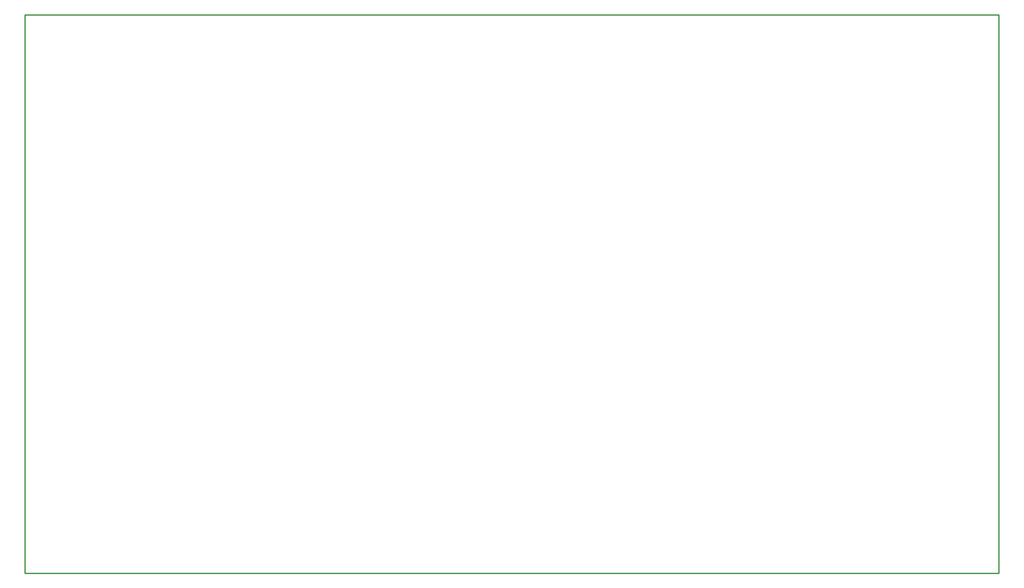
<source format=gko>
%FSLAX25Y25*%
%MOIN*%
G70*
G01*
G75*
G04 Layer_Color=16711935*
%ADD10R,0.03937X0.03937*%
%ADD11R,0.03937X0.03937*%
%ADD12R,0.01260X0.06299*%
%ADD13R,0.13386X0.09685*%
%ADD14R,0.08661X0.09843*%
%ADD15R,0.03937X0.03543*%
%ADD16R,0.04331X0.03937*%
%ADD17R,0.03937X0.04331*%
%ADD18R,0.03543X0.03937*%
%ADD19R,0.06299X0.16535*%
%ADD20R,0.05906X0.05118*%
%ADD21R,0.09843X0.08661*%
%ADD22R,0.21654X0.07874*%
%ADD23R,0.05709X0.01772*%
%ADD24O,0.08661X0.02362*%
%ADD25R,0.03504X0.09488*%
%ADD26R,0.21063X0.33622*%
%ADD27R,0.06299X0.01378*%
%ADD28R,0.09685X0.09095*%
%ADD29O,0.08071X0.01772*%
%ADD30O,0.01772X0.08071*%
%ADD31R,0.04724X0.05512*%
%ADD32R,0.05512X0.04724*%
%ADD33R,0.12000X0.06000*%
%ADD34R,0.07087X0.11811*%
%ADD35R,0.11811X0.07087*%
%ADD36R,0.04600X0.16700*%
%ADD37R,0.07874X0.04724*%
%ADD38R,0.06693X0.09843*%
%ADD39R,0.11000X0.15000*%
%ADD40R,0.05118X0.05906*%
%ADD41R,0.04724X0.07874*%
%ADD42R,0.05118X0.10630*%
%ADD43R,0.10630X0.05118*%
%ADD44R,0.07087X0.22835*%
%ADD45R,0.07087X0.05118*%
%ADD46R,0.06299X0.13780*%
%ADD47R,0.05118X0.07087*%
%ADD48R,0.13780X0.06299*%
%ADD49R,0.07874X0.08661*%
%ADD50R,0.08661X0.07874*%
%ADD51R,0.05709X0.02165*%
%ADD52R,0.05709X0.02165*%
%ADD53C,0.01500*%
%ADD54C,0.01000*%
%ADD55C,0.01200*%
%ADD56C,0.05000*%
%ADD57C,0.02500*%
%ADD58C,0.02000*%
%ADD59C,0.03000*%
%ADD60C,0.01400*%
%ADD61C,0.03500*%
%ADD62R,0.06200X0.06200*%
%ADD63C,0.06200*%
%ADD64R,0.06200X0.06200*%
%ADD65C,0.02800*%
%ADD66C,0.09449*%
%ADD67R,0.09449X0.09449*%
%ADD68R,0.05906X0.05906*%
%ADD69C,0.05906*%
%ADD70R,0.05906X0.05906*%
%ADD71C,0.25590*%
%ADD72C,0.05000*%
%ADD73R,0.09449X0.09449*%
%ADD74C,0.07874*%
%ADD75C,0.03200*%
%ADD76C,0.04000*%
%ADD77C,0.07543*%
G04:AMPARAMS|DCode=78|XSize=95.118mil|YSize=95.118mil|CornerRadius=0mil|HoleSize=0mil|Usage=FLASHONLY|Rotation=0.000|XOffset=0mil|YOffset=0mil|HoleType=Round|Shape=Relief|Width=10mil|Gap=10mil|Entries=4|*
%AMTHD78*
7,0,0,0.09512,0.07512,0.01000,45*
%
%ADD78THD78*%
%ADD79C,0.09512*%
%ADD80C,0.07543*%
G04:AMPARAMS|DCode=81|XSize=75.433mil|YSize=75.433mil|CornerRadius=0mil|HoleSize=0mil|Usage=FLASHONLY|Rotation=0.000|XOffset=0mil|YOffset=0mil|HoleType=Round|Shape=Relief|Width=10mil|Gap=10mil|Entries=4|*
%AMTHD81*
7,0,0,0.07543,0.05543,0.01000,45*
%
%ADD81THD81*%
%ADD82C,0.21717*%
%ADD83C,0.05200*%
%ADD84C,0.06800*%
%ADD85C,0.08724*%
G04:AMPARAMS|DCode=86|XSize=87.244mil|YSize=87.244mil|CornerRadius=0mil|HoleSize=0mil|Usage=FLASHONLY|Rotation=0.000|XOffset=0mil|YOffset=0mil|HoleType=Round|Shape=Relief|Width=10mil|Gap=10mil|Entries=4|*
%AMTHD86*
7,0,0,0.08724,0.06724,0.01000,45*
%
%ADD86THD86*%
%ADD87C,0.07150*%
G04:AMPARAMS|DCode=88|XSize=71.496mil|YSize=71.496mil|CornerRadius=0mil|HoleSize=0mil|Usage=FLASHONLY|Rotation=0.000|XOffset=0mil|YOffset=0mil|HoleType=Round|Shape=Relief|Width=10mil|Gap=10mil|Entries=4|*
%AMTHD88*
7,0,0,0.07150,0.05150,0.01000,45*
%
%ADD88THD88*%
G04:AMPARAMS|DCode=89|XSize=75.433mil|YSize=75.433mil|CornerRadius=0mil|HoleSize=0mil|Usage=FLASHONLY|Rotation=0.000|XOffset=0mil|YOffset=0mil|HoleType=Round|Shape=Relief|Width=10mil|Gap=10mil|Entries=4|*
%AMTHD89*
7,0,0,0.07543,0.05543,0.01000,45*
%
%ADD89THD89*%
%ADD90C,0.05600*%
G04:AMPARAMS|DCode=91|XSize=56mil|YSize=56mil|CornerRadius=0mil|HoleSize=0mil|Usage=FLASHONLY|Rotation=0.000|XOffset=0mil|YOffset=0mil|HoleType=Round|Shape=Relief|Width=10mil|Gap=10mil|Entries=4|*
%AMTHD91*
7,0,0,0.05600,0.03600,0.01000,45*
%
%ADD91THD91*%
G04:AMPARAMS|DCode=92|XSize=68mil|YSize=68mil|CornerRadius=0mil|HoleSize=0mil|Usage=FLASHONLY|Rotation=0.000|XOffset=0mil|YOffset=0mil|HoleType=Round|Shape=Relief|Width=10mil|Gap=10mil|Entries=4|*
%AMTHD92*
7,0,0,0.06800,0.04800,0.01000,45*
%
%ADD92THD92*%
%ADD93C,0.00984*%
%ADD94C,0.02362*%
%ADD95C,0.00394*%
%ADD96C,0.00800*%
%ADD97C,0.00787*%
%ADD98C,0.00500*%
%ADD99C,0.00700*%
%ADD100R,0.18000X0.05000*%
%ADD101R,0.05000X0.18000*%
%ADD102R,0.04737X0.04737*%
%ADD103R,0.04737X0.04737*%
%ADD104R,0.02060X0.07099*%
%ADD105R,0.14186X0.10485*%
%ADD106R,0.09461X0.10642*%
%ADD107R,0.04737X0.04343*%
%ADD108R,0.05131X0.04737*%
%ADD109R,0.04737X0.05131*%
%ADD110R,0.04343X0.04737*%
%ADD111R,0.07099X0.17335*%
%ADD112R,0.06706X0.05918*%
%ADD113R,0.10642X0.09461*%
%ADD114R,0.22453X0.08674*%
%ADD115R,0.06509X0.02572*%
%ADD116O,0.09461X0.03162*%
%ADD117R,0.04304X0.10288*%
%ADD118R,0.21863X0.34422*%
%ADD119R,0.07099X0.02178*%
%ADD120R,0.10485X0.09894*%
%ADD121O,0.08871X0.02572*%
%ADD122O,0.02572X0.08871*%
%ADD123R,0.05524X0.06312*%
%ADD124R,0.06312X0.05524*%
%ADD125R,0.12800X0.06800*%
%ADD126R,0.07887X0.12611*%
%ADD127R,0.12611X0.07887*%
%ADD128R,0.05400X0.17500*%
%ADD129R,0.08674X0.05524*%
%ADD130R,0.07493X0.10642*%
%ADD131R,0.11800X0.15800*%
%ADD132R,0.05918X0.06706*%
%ADD133R,0.05524X0.08674*%
%ADD134R,0.05918X0.11430*%
%ADD135R,0.11430X0.05918*%
%ADD136R,0.07887X0.23635*%
%ADD137R,0.07887X0.05918*%
%ADD138R,0.07099X0.14579*%
%ADD139R,0.05918X0.07887*%
%ADD140R,0.14579X0.07099*%
%ADD141R,0.08674X0.09461*%
%ADD142R,0.09461X0.08674*%
%ADD143R,0.06509X0.02965*%
%ADD144R,0.06509X0.02965*%
%ADD145R,0.07000X0.07000*%
%ADD146C,0.07000*%
%ADD147R,0.07000X0.07000*%
%ADD148C,0.03600*%
%ADD149C,0.10249*%
%ADD150R,0.10249X0.10249*%
%ADD151R,0.06706X0.06706*%
%ADD152C,0.06706*%
%ADD153R,0.06706X0.06706*%
%ADD154C,0.26390*%
%ADD155C,0.05800*%
%ADD156R,0.10249X0.10249*%
%ADD157C,0.08674*%
%ADD158C,0.04000*%
%ADD159C,0.00100*%
%ADD160C,0.00394*%
G54D54*
X1050000Y415000D02*
Y842500D01*
X305000Y415000D02*
X1050000D01*
X305000D02*
Y842500D01*
X1050000D01*
M02*

</source>
